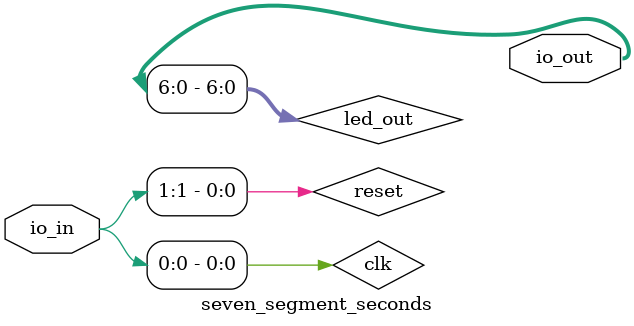
<source format=v>
`default_nettype none

module seven_segment_seconds #( parameter MAX_COUNT = 1000 ) (
  input [7:0] io_in,
  output [7:0] io_out
);
    
    wire clk = io_in[0];
    wire reset = io_in[1];
    wire [6:0] led_out;
    assign io_out[6:0] = led_out;

    // external clock is 1000Hz, so need 10 bit counter
    reg [9:0] second_counter;
    reg [3:0] digit;

    always @(posedge clk) begin
        // if reset, set counter to 0
        if (reset) begin
            second_counter <= 0;
            digit <= 0;
        end else begin
            // if up to 16e6
            if (second_counter == MAX_COUNT) begin
                // reset
                second_counter <= 0;

                // increment digit
                digit <= digit + 1'b1;

                // only count from 0 to 9
                if (digit == 9)
                    digit <= 0;

            end else
                // increment counter
                second_counter <= second_counter + 1'b1;
        end
    end

endmodule

</source>
